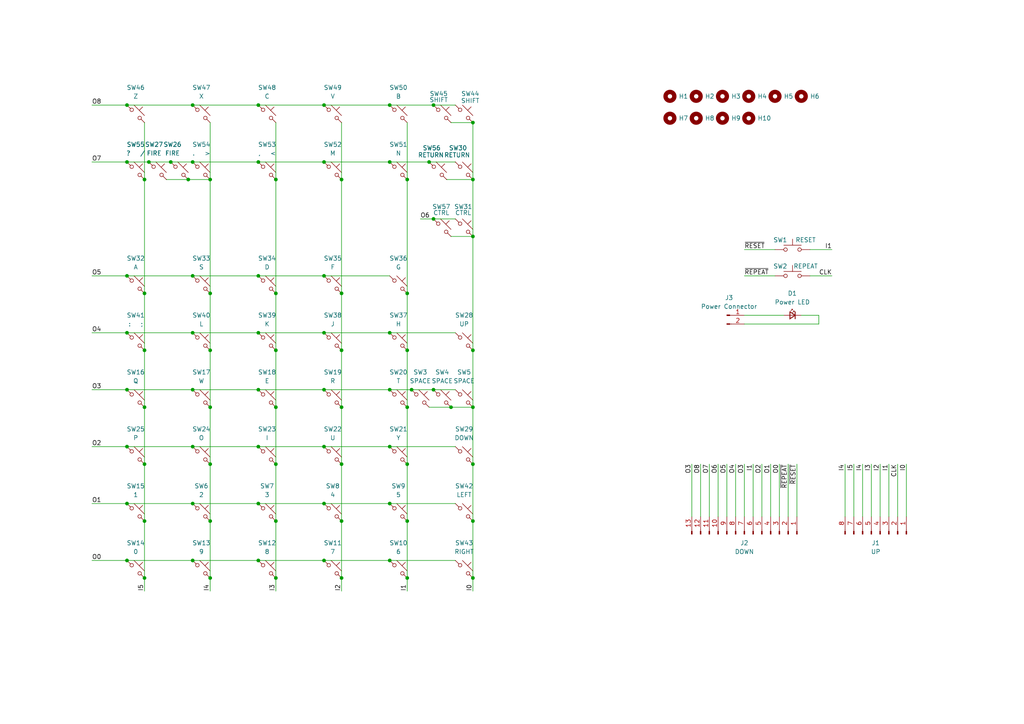
<source format=kicad_sch>
(kicad_sch (version 20250114) (generator "eeschema") (generator_version "9.0")
  (paper "A4")
  (lib_symbols
    (symbol "Connector:Conn_01x02_Pin" (pin_names (offset 1.016) (hide yes))
      (property "Reference" "J" (at 0 2.54 0))
      (property "Value" "Conn_01x02_Pin" (at 0 -5.08 0))
      (symbol "Conn_01x02_Pin_1_1"
        (rectangle (start 0.8636 0.127) (end 0 -0.127) (stroke (width 0.1524)) (fill (type outline)))
        (rectangle (start 0.8636 -2.413) (end 0 -2.667) (stroke (width 0.1524)) (fill (type outline)))
        (polyline (pts (xy 1.27 0) (xy 0.8636 0)) (stroke (width 0.1524)))
        (polyline (pts (xy 1.27 -2.54) (xy 0.8636 -2.54)) (stroke (width 0.1524)))
        (pin passive line (at 5.08 0 180) (length 3.81) (name "Pin_1") (number "1"))
        (pin passive line (at 5.08 -2.54 180) (length 3.81) (name "Pin_2") (number "2"))
      )
    )
    (symbol "Connector:Conn_01x08_Pin" (pin_names (offset 1.016) (hide yes))
      (property "Reference" "J" (at 0 10.16 0))
      (property "Value" "Conn_01x08_Pin" (at 0 -12.7 0))
      (symbol "Conn_01x08_Pin_1_1"
        (rectangle (start 0.8636 7.747) (end 0 7.493) (stroke (width 0.1524)) (fill (type outline)))
        (rectangle (start 0.8636 5.207) (end 0 4.953) (stroke (width 0.1524)) (fill (type outline)))
        (rectangle (start 0.8636 2.667) (end 0 2.413) (stroke (width 0.1524)) (fill (type outline)))
        (rectangle (start 0.8636 0.127) (end 0 -0.127) (stroke (width 0.1524)) (fill (type outline)))
        (rectangle (start 0.8636 -2.413) (end 0 -2.667) (stroke (width 0.1524)) (fill (type outline)))
        (rectangle (start 0.8636 -4.953) (end 0 -5.207) (stroke (width 0.1524)) (fill (type outline)))
        (rectangle (start 0.8636 -7.493) (end 0 -7.747) (stroke (width 0.1524)) (fill (type outline)))
        (rectangle (start 0.8636 -10.033) (end 0 -10.287) (stroke (width 0.1524)) (fill (type outline)))
        (polyline (pts (xy 1.27 7.62) (xy 0.8636 7.62)) (stroke (width 0.1524)))
        (polyline (pts (xy 1.27 5.08) (xy 0.8636 5.08)) (stroke (width 0.1524)))
        (polyline (pts (xy 1.27 2.54) (xy 0.8636 2.54)) (stroke (width 0.1524)))
        (polyline (pts (xy 1.27 0) (xy 0.8636 0)) (stroke (width 0.1524)))
        (polyline (pts (xy 1.27 -2.54) (xy 0.8636 -2.54)) (stroke (width 0.1524)))
        (polyline (pts (xy 1.27 -5.08) (xy 0.8636 -5.08)) (stroke (width 0.1524)))
        (polyline (pts (xy 1.27 -7.62) (xy 0.8636 -7.62)) (stroke (width 0.1524)))
        (polyline (pts (xy 1.27 -10.16) (xy 0.8636 -10.16)) (stroke (width 0.1524)))
        (pin passive line (at 5.08 7.62 180) (length 3.81) (name "Pin_1") (number "1"))
        (pin passive line (at 5.08 5.08 180) (length 3.81) (name "Pin_2") (number "2"))
        (pin passive line (at 5.08 2.54 180) (length 3.81) (name "Pin_3") (number "3"))
        (pin passive line (at 5.08 0 180) (length 3.81) (name "Pin_4") (number "4"))
        (pin passive line (at 5.08 -2.54 180) (length 3.81) (name "Pin_5") (number "5"))
        (pin passive line (at 5.08 -5.08 180) (length 3.81) (name "Pin_6") (number "6"))
        (pin passive line (at 5.08 -7.62 180) (length 3.81) (name "Pin_7") (number "7"))
        (pin passive line (at 5.08 -10.16 180) (length 3.81) (name "Pin_8") (number "8"))
      )
    )
    (symbol "Connector:Conn_01x13_Pin" (pin_names (offset 1.016) (hide yes))
      (property "Reference" "J" (at 0 17.78 0))
      (property "Value" "Conn_01x13_Pin" (at 0 -17.78 0))
      (symbol "Conn_01x13_Pin_1_1"
        (rectangle (start 0.8636 15.367) (end 0 15.113) (stroke (width 0.1524)) (fill (type outline)))
        (rectangle (start 0.8636 12.827) (end 0 12.573) (stroke (width 0.1524)) (fill (type outline)))
        (rectangle (start 0.8636 10.287) (end 0 10.033) (stroke (width 0.1524)) (fill (type outline)))
        (rectangle (start 0.8636 7.747) (end 0 7.493) (stroke (width 0.1524)) (fill (type outline)))
        (rectangle (start 0.8636 5.207) (end 0 4.953) (stroke (width 0.1524)) (fill (type outline)))
        (rectangle (start 0.8636 2.667) (end 0 2.413) (stroke (width 0.1524)) (fill (type outline)))
        (rectangle (start 0.8636 0.127) (end 0 -0.127) (stroke (width 0.1524)) (fill (type outline)))
        (rectangle (start 0.8636 -2.413) (end 0 -2.667) (stroke (width 0.1524)) (fill (type outline)))
        (rectangle (start 0.8636 -4.953) (end 0 -5.207) (stroke (width 0.1524)) (fill (type outline)))
        (rectangle (start 0.8636 -7.493) (end 0 -7.747) (stroke (width 0.1524)) (fill (type outline)))
        (rectangle (start 0.8636 -10.033) (end 0 -10.287) (stroke (width 0.1524)) (fill (type outline)))
        (rectangle (start 0.8636 -12.573) (end 0 -12.827) (stroke (width 0.1524)) (fill (type outline)))
        (rectangle (start 0.8636 -15.113) (end 0 -15.367) (stroke (width 0.1524)) (fill (type outline)))
        (polyline (pts (xy 1.27 15.24) (xy 0.8636 15.24)) (stroke (width 0.1524)))
        (polyline (pts (xy 1.27 12.7) (xy 0.8636 12.7)) (stroke (width 0.1524)))
        (polyline (pts (xy 1.27 10.16) (xy 0.8636 10.16)) (stroke (width 0.1524)))
        (polyline (pts (xy 1.27 7.62) (xy 0.8636 7.62)) (stroke (width 0.1524)))
        (polyline (pts (xy 1.27 5.08) (xy 0.8636 5.08)) (stroke (width 0.1524)))
        (polyline (pts (xy 1.27 2.54) (xy 0.8636 2.54)) (stroke (width 0.1524)))
        (polyline (pts (xy 1.27 0) (xy 0.8636 0)) (stroke (width 0.1524)))
        (polyline (pts (xy 1.27 -2.54) (xy 0.8636 -2.54)) (stroke (width 0.1524)))
        (polyline (pts (xy 1.27 -5.08) (xy 0.8636 -5.08)) (stroke (width 0.1524)))
        (polyline (pts (xy 1.27 -7.62) (xy 0.8636 -7.62)) (stroke (width 0.1524)))
        (polyline (pts (xy 1.27 -10.16) (xy 0.8636 -10.16)) (stroke (width 0.1524)))
        (polyline (pts (xy 1.27 -12.7) (xy 0.8636 -12.7)) (stroke (width 0.1524)))
        (polyline (pts (xy 1.27 -15.24) (xy 0.8636 -15.24)) (stroke (width 0.1524)))
        (pin passive line (at 5.08 15.24 180) (length 3.81) (name "Pin_1") (number "1"))
        (pin passive line (at 5.08 12.7 180) (length 3.81) (name "Pin_2") (number "2"))
        (pin passive line (at 5.08 10.16 180) (length 3.81) (name "Pin_3") (number "3"))
        (pin passive line (at 5.08 7.62 180) (length 3.81) (name "Pin_4") (number "4"))
        (pin passive line (at 5.08 5.08 180) (length 3.81) (name "Pin_5") (number "5"))
        (pin passive line (at 5.08 2.54 180) (length 3.81) (name "Pin_6") (number "6"))
        (pin passive line (at 5.08 0 180) (length 3.81) (name "Pin_7") (number "7"))
        (pin passive line (at 5.08 -2.54 180) (length 3.81) (name "Pin_8") (number "8"))
        (pin passive line (at 5.08 -5.08 180) (length 3.81) (name "Pin_9") (number "9"))
        (pin passive line (at 5.08 -7.62 180) (length 3.81) (name "Pin_10") (number "10"))
        (pin passive line (at 5.08 -10.16 180) (length 3.81) (name "Pin_11") (number "11"))
        (pin passive line (at 5.08 -12.7 180) (length 3.81) (name "Pin_12") (number "12"))
        (pin passive line (at 5.08 -15.24 180) (length 3.81) (name "Pin_13") (number "13"))
      )
    )
    (symbol "Device:LED_Small" (pin_numbers (hide yes)) (pin_names (offset 0.254) (hide yes))
      (property "Reference" "D" (at -1.27 3.175 0))
      (property "Value" "LED_Small" (at -4.445 -2.54 0))
      (symbol "LED_Small_0_1"
        (polyline (pts (xy -0.762 -1.016) (xy -0.762 1.016)) (stroke (width 0.254)))
        (polyline (pts (xy 0 0.762) (xy -0.508 1.27) (xy -0.254 1.27) (xy -0.508 1.27) (xy -0.508 1.016)))
        (polyline (pts (xy 0.508 1.27) (xy 0 1.778) (xy 0.254 1.778) (xy 0 1.778) (xy 0 1.524)))
        (polyline (pts (xy 0.762 -1.016) (xy -0.762 0) (xy 0.762 1.016) (xy 0.762 -1.016)) (stroke (width 0.254)))
        (polyline (pts (xy 1.016 0) (xy -0.762 0)))
      )
      (symbol "LED_Small_1_1"
        (pin passive line (at -2.54 0 0) (length 1.778) (name "K") (number "1"))
        (pin passive line (at 2.54 0 180) (length 1.778) (name "A") (number "2"))
      )
    )
    (symbol "Mechanical:MountingHole" (pin_names (offset 1.016)) (in_bom no)
      (property "Reference" "H" (at 0 5.08 0))
      (property "Value" "MountingHole" (at 0 3.175 0))
      (symbol "MountingHole_0_1"
        (circle (center 0 0) (radius 1.27) (stroke (width 1.27)))
      )
    )
    (symbol "Switch:SW_Push" (pin_numbers (hide yes)) (pin_names (offset 1.016) (hide yes))
      (property "Reference" "SW" (at 1.27 2.54 0))
      (property "Value" "SW_Push" (at 0 -1.524 0))
      (symbol "SW_Push_0_1"
        (circle (center -2.032 0) (radius 0.508))
        (polyline (pts (xy 0 1.27) (xy 0 3.048)))
        (circle (center 2.032 0) (radius 0.508))
        (polyline (pts (xy 2.54 1.27) (xy -2.54 1.27)))
        (pin passive line (at -5.08 0 0) (length 2.54) (name "1") (number "1"))
        (pin passive line (at 5.08 0 180) (length 2.54) (name "2") (number "2"))
      )
    )
    (symbol "Switch:SW_Push_45deg" (pin_numbers (hide yes)) (pin_names (offset 1.016) (hide yes))
      (property "Reference" "SW" (at 3.048 1.016 0))
      (property "Value" "SW_Push_45deg" (at 0 -3.81 0))
      (symbol "SW_Push_45deg_0_1"
        (polyline (pts (xy -2.54 2.54) (xy -1.524 1.524) (xy -1.524 1.524)))
        (circle (center -1.1684 1.1684) (radius 0.508))
        (polyline (pts (xy -0.508 2.54) (xy 2.54 -0.508)))
        (polyline (pts (xy 1.016 1.016) (xy 2.032 2.032)))
        (circle (center 1.143 -1.1938) (radius 0.508))
        (polyline (pts (xy 1.524 -1.524) (xy 2.54 -2.54) (xy 2.54 -2.54) (xy 2.54 -2.54)))
        (pin passive line (at -2.54 2.54 0) (length 0) (name "1") (number "1"))
        (pin passive line (at 2.54 -2.54 180) (length 0) (name "2") (number "2"))
      )
    )
  )
  (junction (at 74.93 129.54))
  (junction (at 113.03 162.56))
  (junction (at 55.88 46.99))
  (junction (at 54.61 52.07))
  (junction (at 113.03 30.48))
  (junction (at 118.11 101.6))
  (junction (at 137.16 151.13))
  (junction (at 99.06 52.07))
  (junction (at 36.83 162.56))
  (junction (at 60.96 151.13))
  (junction (at 113.03 96.52))
  (junction (at 36.83 96.52))
  (junction (at 99.06 85.09))
  (junction (at 137.16 118.11))
  (junction (at 93.98 96.52))
  (junction (at 113.03 146.05))
  (junction (at 99.06 151.13))
  (junction (at 113.03 46.99))
  (junction (at 60.96 52.07))
  (junction (at 93.98 30.48))
  (junction (at 93.98 46.99))
  (junction (at 55.88 113.03))
  (junction (at 55.88 162.56))
  (junction (at 49.53 46.99))
  (junction (at 60.96 134.62))
  (junction (at 93.98 146.05))
  (junction (at 137.16 52.07))
  (junction (at 93.98 113.03))
  (junction (at 80.01 134.62))
  (junction (at 80.01 52.07))
  (junction (at 60.96 85.09))
  (junction (at 118.11 85.09))
  (junction (at 36.83 146.05))
  (junction (at 74.93 30.48))
  (junction (at 125.73 113.03))
  (junction (at 80.01 101.6))
  (junction (at 99.06 101.6))
  (junction (at 41.91 118.11))
  (junction (at 118.11 134.62))
  (junction (at 99.06 134.62))
  (junction (at 137.16 134.62))
  (junction (at 74.93 80.01))
  (junction (at 124.46 46.99))
  (junction (at 125.73 30.48))
  (junction (at 55.88 80.01))
  (junction (at 118.11 52.07))
  (junction (at 93.98 80.01))
  (junction (at 113.03 113.03))
  (junction (at 55.88 129.54))
  (junction (at 41.91 101.6))
  (junction (at 41.91 85.09))
  (junction (at 41.91 151.13))
  (junction (at 74.93 146.05))
  (junction (at 36.83 46.99))
  (junction (at 80.01 167.64))
  (junction (at 60.96 101.6))
  (junction (at 41.91 167.64))
  (junction (at 55.88 96.52))
  (junction (at 60.96 118.11))
  (junction (at 80.01 118.11))
  (junction (at 41.91 134.62))
  (junction (at 36.83 113.03))
  (junction (at 137.16 35.56))
  (junction (at 60.96 167.64))
  (junction (at 74.93 113.03))
  (junction (at 99.06 167.64))
  (junction (at 74.93 96.52))
  (junction (at 36.83 30.48))
  (junction (at 55.88 146.05))
  (junction (at 36.83 80.01))
  (junction (at 137.16 101.6))
  (junction (at 137.16 167.64))
  (junction (at 118.11 151.13))
  (junction (at 93.98 162.56))
  (junction (at 125.73 63.5))
  (junction (at 36.83 129.54))
  (junction (at 93.98 129.54))
  (junction (at 80.01 151.13))
  (junction (at 74.93 46.99))
  (junction (at 74.93 162.56))
  (junction (at 99.06 118.11))
  (junction (at 118.11 118.11))
  (junction (at 118.11 167.64))
  (junction (at 55.88 30.48))
  (junction (at 43.18 46.99))
  (junction (at 130.81 118.11))
  (junction (at 119.38 113.03))
  (junction (at 80.01 85.09))
  (junction (at 41.91 52.07))
  (junction (at 137.16 68.58))
  (junction (at 113.03 129.54))
  (wire (pts (xy 125.73 113.03) (xy 132.08 113.03)))
  (wire (pts (xy 137.16 68.58) (xy 137.16 101.6)))
  (wire (pts (xy 99.06 52.07) (xy 99.06 85.09)))
  (wire (pts (xy 60.96 101.6) (xy 60.96 118.11)))
  (wire (pts (xy 228.6 134.62) (xy 228.6 149.86)))
  (wire (pts (xy 137.16 151.13) (xy 137.16 167.64)))
  (wire (pts (xy 74.93 129.54) (xy 93.98 129.54)))
  (wire (pts (xy 36.83 162.56) (xy 55.88 162.56)))
  (wire (pts (xy 215.9 93.98) (xy 237.49 93.98)))
  (wire (pts (xy 80.01 52.07) (xy 80.01 85.09)))
  (wire (pts (xy 26.67 30.48) (xy 36.83 30.48)))
  (wire (pts (xy 113.03 113.03) (xy 119.38 113.03)))
  (wire (pts (xy 262.89 134.62) (xy 262.89 149.86)))
  (wire (pts (xy 137.16 101.6) (xy 137.16 118.11)))
  (wire (pts (xy 113.03 146.05) (xy 132.08 146.05)))
  (wire (pts (xy 36.83 146.05) (xy 55.88 146.05)))
  (wire (pts (xy 237.49 93.98) (xy 237.49 91.44)))
  (wire (pts (xy 93.98 80.01) (xy 113.03 80.01)))
  (wire (pts (xy 93.98 96.52) (xy 113.03 96.52)))
  (wire (pts (xy 252.73 134.62) (xy 252.73 149.86)))
  (wire (pts (xy 99.06 35.56) (xy 99.06 52.07)))
  (wire (pts (xy 125.73 30.48) (xy 132.08 30.48)))
  (wire (pts (xy 36.83 113.03) (xy 55.88 113.03)))
  (wire (pts (xy 74.93 113.03) (xy 93.98 113.03)))
  (wire (pts (xy 93.98 146.05) (xy 113.03 146.05)))
  (wire (pts (xy 41.91 85.09) (xy 41.91 101.6)))
  (wire (pts (xy 41.91 118.11) (xy 41.91 134.62)))
  (wire (pts (xy 118.11 167.64) (xy 118.11 171.45)))
  (wire (pts (xy 213.36 134.62) (xy 213.36 149.86)))
  (wire (pts (xy 113.03 30.48) (xy 125.73 30.48)))
  (wire (pts (xy 137.16 167.64) (xy 137.16 171.45)))
  (wire (pts (xy 118.11 101.6) (xy 118.11 118.11)))
  (wire (pts (xy 231.14 134.62) (xy 231.14 149.86)))
  (wire (pts (xy 80.01 167.64) (xy 80.01 171.45)))
  (wire (pts (xy 121.92 63.5) (xy 125.73 63.5)))
  (wire (pts (xy 93.98 113.03) (xy 113.03 113.03)))
  (wire (pts (xy 200.66 134.62) (xy 200.66 149.86)))
  (wire (pts (xy 74.93 96.52) (xy 93.98 96.52)))
  (wire (pts (xy 255.27 134.62) (xy 255.27 149.86)))
  (wire (pts (xy 41.91 52.07) (xy 41.91 85.09)))
  (wire (pts (xy 55.88 80.01) (xy 74.93 80.01)))
  (wire (pts (xy 80.01 134.62) (xy 80.01 151.13)))
  (wire (pts (xy 118.11 35.56) (xy 118.11 52.07)))
  (wire (pts (xy 60.96 167.64) (xy 60.96 171.45)))
  (wire (pts (xy 113.03 96.52) (xy 132.08 96.52)))
  (wire (pts (xy 93.98 30.48) (xy 113.03 30.48)))
  (wire (pts (xy 210.82 134.62) (xy 210.82 149.86)))
  (wire (pts (xy 60.96 35.56) (xy 60.96 52.07)))
  (wire (pts (xy 74.93 30.48) (xy 93.98 30.48)))
  (wire (pts (xy 26.67 146.05) (xy 36.83 146.05)))
  (wire (pts (xy 80.01 85.09) (xy 80.01 101.6)))
  (wire (pts (xy 215.9 91.44) (xy 227.33 91.44)))
  (wire (pts (xy 260.35 134.62) (xy 260.35 149.86)))
  (wire (pts (xy 55.88 96.52) (xy 74.93 96.52)))
  (wire (pts (xy 80.01 118.11) (xy 80.01 134.62)))
  (wire (pts (xy 26.67 129.54) (xy 36.83 129.54)))
  (wire (pts (xy 99.06 151.13) (xy 99.06 167.64)))
  (wire (pts (xy 245.11 134.62) (xy 245.11 149.86)))
  (wire (pts (xy 36.83 80.01) (xy 55.88 80.01)))
  (wire (pts (xy 99.06 167.64) (xy 99.06 171.45)))
  (wire (pts (xy 257.81 134.62) (xy 257.81 149.86)))
  (wire (pts (xy 43.18 46.99) (xy 49.53 46.99)))
  (wire (pts (xy 41.91 151.13) (xy 41.91 167.64)))
  (wire (pts (xy 113.03 162.56) (xy 132.08 162.56)))
  (wire (pts (xy 130.81 118.11) (xy 137.16 118.11)))
  (wire (pts (xy 208.28 134.62) (xy 208.28 149.86)))
  (wire (pts (xy 118.11 134.62) (xy 118.11 151.13)))
  (wire (pts (xy 49.53 46.99) (xy 55.88 46.99)))
  (wire (pts (xy 124.46 46.99) (xy 132.08 46.99)))
  (wire (pts (xy 74.93 80.01) (xy 93.98 80.01)))
  (wire (pts (xy 60.96 134.62) (xy 60.96 151.13)))
  (wire (pts (xy 55.88 162.56) (xy 74.93 162.56)))
  (wire (pts (xy 119.38 113.03) (xy 125.73 113.03)))
  (wire (pts (xy 205.74 134.62) (xy 205.74 149.86)))
  (wire (pts (xy 118.11 118.11) (xy 118.11 134.62)))
  (wire (pts (xy 215.9 72.39) (xy 224.79 72.39)))
  (wire (pts (xy 247.65 134.62) (xy 247.65 149.86)))
  (wire (pts (xy 99.06 118.11) (xy 99.06 134.62)))
  (wire (pts (xy 36.83 96.52) (xy 55.88 96.52)))
  (wire (pts (xy 130.81 35.56) (xy 137.16 35.56)))
  (wire (pts (xy 220.98 134.62) (xy 220.98 149.86)))
  (wire (pts (xy 226.06 134.62) (xy 226.06 149.86)))
  (wire (pts (xy 215.9 134.62) (xy 215.9 149.86)))
  (wire (pts (xy 218.44 134.62) (xy 218.44 149.86)))
  (wire (pts (xy 41.91 35.56) (xy 41.91 52.07)))
  (wire (pts (xy 74.93 146.05) (xy 93.98 146.05)))
  (wire (pts (xy 80.01 35.56) (xy 80.01 52.07)))
  (wire (pts (xy 137.16 52.07) (xy 137.16 68.58)))
  (wire (pts (xy 41.91 101.6) (xy 41.91 118.11)))
  (wire (pts (xy 118.11 85.09) (xy 118.11 101.6)))
  (wire (pts (xy 137.16 118.11) (xy 137.16 134.62)))
  (wire (pts (xy 74.93 46.99) (xy 93.98 46.99)))
  (wire (pts (xy 36.83 30.48) (xy 55.88 30.48)))
  (wire (pts (xy 215.9 80.01) (xy 224.79 80.01)))
  (wire (pts (xy 55.88 146.05) (xy 74.93 146.05)))
  (wire (pts (xy 41.91 134.62) (xy 41.91 151.13)))
  (wire (pts (xy 55.88 129.54) (xy 74.93 129.54)))
  (wire (pts (xy 137.16 35.56) (xy 137.16 52.07)))
  (wire (pts (xy 250.19 134.62) (xy 250.19 149.86)))
  (wire (pts (xy 223.52 134.62) (xy 223.52 149.86)))
  (wire (pts (xy 60.96 151.13) (xy 60.96 167.64)))
  (wire (pts (xy 129.54 52.07) (xy 137.16 52.07)))
  (wire (pts (xy 60.96 52.07) (xy 60.96 85.09)))
  (wire (pts (xy 203.2 134.62) (xy 203.2 149.86)))
  (wire (pts (xy 55.88 30.48) (xy 74.93 30.48)))
  (wire (pts (xy 54.61 52.07) (xy 60.96 52.07)))
  (wire (pts (xy 99.06 134.62) (xy 99.06 151.13)))
  (wire (pts (xy 118.11 52.07) (xy 118.11 85.09)))
  (wire (pts (xy 36.83 129.54) (xy 55.88 129.54)))
  (wire (pts (xy 48.26 52.07) (xy 54.61 52.07)))
  (wire (pts (xy 232.41 91.44) (xy 237.49 91.44)))
  (wire (pts (xy 60.96 85.09) (xy 60.96 101.6)))
  (wire (pts (xy 125.73 63.5) (xy 132.08 63.5)))
  (wire (pts (xy 55.88 46.99) (xy 74.93 46.99)))
  (wire (pts (xy 234.95 80.01) (xy 241.3 80.01)))
  (wire (pts (xy 80.01 101.6) (xy 80.01 118.11)))
  (wire (pts (xy 74.93 162.56) (xy 93.98 162.56)))
  (wire (pts (xy 93.98 162.56) (xy 113.03 162.56)))
  (wire (pts (xy 26.67 162.56) (xy 36.83 162.56)))
  (wire (pts (xy 55.88 113.03) (xy 74.93 113.03)))
  (wire (pts (xy 80.01 151.13) (xy 80.01 167.64)))
  (wire (pts (xy 93.98 129.54) (xy 113.03 129.54)))
  (wire (pts (xy 234.95 72.39) (xy 241.3 72.39)))
  (wire (pts (xy 137.16 134.62) (xy 137.16 151.13)))
  (wire (pts (xy 113.03 46.99) (xy 124.46 46.99)))
  (wire (pts (xy 113.03 129.54) (xy 132.08 129.54)))
  (wire (pts (xy 60.96 118.11) (xy 60.96 134.62)))
  (wire (pts (xy 130.81 68.58) (xy 137.16 68.58)))
  (wire (pts (xy 93.98 46.99) (xy 113.03 46.99)))
  (wire (pts (xy 36.83 46.99) (xy 43.18 46.99)))
  (wire (pts (xy 26.67 46.99) (xy 36.83 46.99)))
  (wire (pts (xy 26.67 96.52) (xy 36.83 96.52)))
  (wire (pts (xy 41.91 167.64) (xy 41.91 171.45)))
  (wire (pts (xy 26.67 80.01) (xy 36.83 80.01)))
  (wire (pts (xy 99.06 85.09) (xy 99.06 101.6)))
  (wire (pts (xy 26.67 113.03) (xy 36.83 113.03)))
  (wire (pts (xy 99.06 101.6) (xy 99.06 118.11)))
  (wire (pts (xy 118.11 151.13) (xy 118.11 167.64)))
  (wire (pts (xy 124.46 118.11) (xy 130.81 118.11)))
  (label "O6" (at 121.92 63.5 0))
  (label "O7" (at 26.67 46.99 0))
  (label "O2" (at 26.67 129.54 0))
  (label "I0" (at 262.89 134.62 270))
  (label "I4" (at 60.96 171.45 90))
  (label "O3" (at 26.67 113.03 0))
  (label "O5" (at 26.67 80.01 0))
  (label "I2" (at 99.06 171.45 90))
  (label "I1" (at 241.3 72.39 180))
  (label "I2" (at 255.27 134.62 270))
  (label "~{RESET}" (at 231.14 134.62 270))
  (label "CLK" (at 260.35 134.62 270))
  (label "O4" (at 26.67 96.52 0))
  (label "O3" (at 200.66 134.62 270))
  (label "O8" (at 203.2 134.62 270))
  (label "O8" (at 26.67 30.48 0))
  (label "~{RESET}" (at 215.9 72.39 0))
  (label "I4" (at 245.11 134.62 270))
  (label "O5" (at 210.82 134.62 270))
  (label "O1" (at 26.67 146.05 0))
  (label "I1" (at 257.81 134.62 270))
  (label "O0" (at 226.06 134.62 270))
  (label "O0" (at 26.67 162.56 0))
  (label "CLK" (at 241.3 80.01 180))
  (label "O7" (at 205.74 134.62 270))
  (label "O4" (at 213.36 134.62 270))
  (label "O2" (at 220.98 134.62 270))
  (label "I3" (at 252.73 134.62 270))
  (label "I5" (at 41.91 171.45 90))
  (label "O3" (at 215.9 134.62 270))
  (label "~{REPEAT}" (at 215.9 80.01 0))
  (label "I4" (at 250.19 134.62 270))
  (label "~{REPEAT}" (at 228.6 134.62 270))
  (label "O1" (at 223.52 134.62 270))
  (label "I1" (at 118.11 171.45 90))
  (label "I0" (at 137.16 171.45 90))
  (label "I3" (at 80.01 171.45 90))
  (label "O6" (at 208.28 134.62 270))
  (label "I5" (at 247.65 134.62 270))
  (label "I1" (at 218.44 134.62 270))
  (symbol (lib_id "Switch:SW_Push_45deg") (at 115.57 82.55 0) (unit 1)
    (property "Reference" "SW36" (at 115.57 74.93 0))
    (property "Value" "G" (at 115.57 77.47 0))
    (property "Footprint" "buttons:SW_Push_SMD_Large" (effects (hide yes)))
    (property "Description" "Push button switch, normally open, two pins, 45° tilted" (effects (hide yes)))
  )
  (symbol (lib_id "Switch:SW_Push_45deg") (at 58.42 148.59 0) (unit 1)
    (property "Reference" "SW6" (at 58.42 140.97 0))
    (property "Value" "2" (at 58.42 143.51 0))
    (property "Footprint" "buttons:SW_Push_SMD_Large" (effects (hide yes)))
    (property "Description" "Push button switch, normally open, two pins, 45° tilted" (effects (hide yes)))
  )
  (symbol (lib_id "Switch:SW_Push_45deg") (at 127 49.53 0) (unit 1)
    (property "Reference" "SW56" (at 125.222 42.926 0))
    (property "Value" "RETURN" (at 124.968 44.958 0))
    (property "Footprint" "buttons:SW_Push_SMD_Large" (effects (hide yes)))
    (property "Description" "Push button switch, normally open, two pins, 45° tilted" (effects (hide yes)))
  )
  (symbol (lib_id "Switch:SW_Push_45deg") (at 128.27 66.04 0) (unit 1)
    (property "Reference" "SW57" (at 128.016 59.944 0))
    (property "Value" "CTRL" (at 128.016 61.722 0))
    (property "Footprint" "buttons:SW_Push_SMD_Large" (effects (hide yes)))
    (property "Description" "Push button switch, normally open, two pins, 45° tilted" (effects (hide yes)))
  )
  (symbol (lib_id "Connector:Conn_01x13_Pin") (at 215.9 154.94 270) (mirror x) (unit 1)
    (property "Reference" "J2" (at 215.9 157.48 90))
    (property "Value" "DOWN" (at 215.9 160.02 90))
    (property "Footprint" "Connector_PinHeader_2.54mm:PinHeader_1x13_P2.54mm_Vertical" (effects (hide yes)))
    (property "Description" "Generic connector, single row, 01x13, script generated" (effects (hide yes)))
  )
  (symbol (lib_id "Switch:SW_Push_45deg") (at 96.52 148.59 0) (unit 1)
    (property "Reference" "SW8" (at 96.52 140.97 0))
    (property "Value" "4" (at 96.52 143.51 0))
    (property "Footprint" "buttons:SW_Push_SMD_Large" (effects (hide yes)))
    (property "Description" "Push button switch, normally open, two pins, 45° tilted" (effects (hide yes)))
  )
  (symbol (lib_id "Switch:SW_Push_45deg") (at 134.62 165.1 0) (unit 1)
    (property "Reference" "SW43" (at 134.62 157.48 0))
    (property "Value" "RIGHT" (at 134.62 160.02 0))
    (property "Footprint" "buttons:SW_Push_SMD_Large" (effects (hide yes)))
    (property "Description" "Push button switch, normally open, two pins, 45° tilted" (effects (hide yes)))
  )
  (symbol (lib_id "Switch:SW_Push_45deg") (at 58.42 132.08 0) (unit 1)
    (property "Reference" "SW24" (at 58.42 124.46 0))
    (property "Value" "O" (at 58.42 127 0))
    (property "Footprint" "buttons:SW_Push_SMD_Large" (effects (hide yes)))
    (property "Description" "Push button switch, normally open, two pins, 45° tilted" (effects (hide yes)))
  )
  (symbol (lib_id "Switch:SW_Push_45deg") (at 52.07 49.53 0) (unit 1)
    (property "Reference" "SW26" (at 50.038 41.91 0))
    (property "Value" "FIRE" (at 50.038 44.45 0))
    (property "Footprint" "buttons:SW_Push_SMD_Large" (effects (hide yes)))
    (property "Description" "Push button switch, normally open, two pins, 45° tilted" (effects (hide yes)))
  )
  (symbol (lib_id "Switch:SW_Push_45deg") (at 96.52 49.53 0) (unit 1)
    (property "Reference" "SW52" (at 96.52 41.91 0))
    (property "Value" "M" (at 96.52 44.45 0))
    (property "Footprint" "buttons:SW_Push_SMD_Large" (effects (hide yes)))
    (property "Description" "Push button switch, normally open, two pins, 45° tilted" (effects (hide yes)))
  )
  (symbol (lib_id "Switch:SW_Push_45deg") (at 134.62 148.59 0) (unit 1)
    (property "Reference" "SW42" (at 134.62 140.97 0))
    (property "Value" "LEFT" (at 134.62 143.51 0))
    (property "Footprint" "buttons:SW_Push_SMD_Large" (effects (hide yes)))
    (property "Description" "Push button switch, normally open, two pins, 45° tilted" (effects (hide yes)))
  )
  (symbol (lib_id "Switch:SW_Push_45deg") (at 115.57 33.02 0) (unit 1)
    (property "Reference" "SW50" (at 115.57 25.4 0))
    (property "Value" "B" (at 115.57 27.94 0))
    (property "Footprint" "buttons:SW_Push_SMD_Large" (effects (hide yes)))
    (property "Description" "Push button switch, normally open, two pins, 45° tilted" (effects (hide yes)))
  )
  (symbol (lib_id "Switch:SW_Push_45deg") (at 134.62 132.08 0) (unit 1)
    (property "Reference" "SW29" (at 134.62 124.46 0))
    (property "Value" "DOWN" (at 134.62 127 0))
    (property "Footprint" "buttons:SW_Push_SMD_Large" (effects (hide yes)))
    (property "Description" "Push button switch, normally open, two pins, 45° tilted" (effects (hide yes)))
  )
  (symbol (lib_id "Switch:SW_Push_45deg") (at 77.47 115.57 0) (unit 1)
    (property "Reference" "SW18" (at 77.47 107.95 0))
    (property "Value" "E" (at 77.47 110.49 0))
    (property "Footprint" "buttons:SW_Push_SMD_Large" (effects (hide yes)))
    (property "Description" "Push button switch, normally open, two pins, 45° tilted" (effects (hide yes)))
  )
  (symbol (lib_id "Mechanical:MountingHole") (at 201.93 27.94 0) (unit 1) (in_bom no)
    (property "Reference" "H2" (at 204.47 27.9399 0) (effects (justify left)))
    (property "Value" "MountingHole_Pad" (effects (hide yes)))
    (property "Footprint" "MountingHole:MountingHole_3.2mm_M3_ISO7380" (effects (hide yes)))
    (property "Description" "Mounting Hole without connection" (effects (hide yes)))
  )
  (symbol (lib_id "Mechanical:MountingHole") (at 209.55 34.29 0) (unit 1) (in_bom no)
    (property "Reference" "H9" (at 212.09 34.2899 0) (effects (justify left)))
    (property "Value" "MountingHole_Pad" (effects (hide yes)))
    (property "Footprint" "MountingHole:MountingHole_3.2mm_M3_ISO7380" (effects (hide yes)))
    (property "Description" "Mounting Hole without connection" (effects (hide yes)))
  )
  (symbol (lib_id "Switch:SW_Push_45deg") (at 115.57 132.08 0) (unit 1)
    (property "Reference" "SW21" (at 115.57 124.46 0))
    (property "Value" "Y" (at 115.57 127 0))
    (property "Footprint" "buttons:SW_Push_SMD_Large" (effects (hide yes)))
    (property "Description" "Push button switch, normally open, two pins, 45° tilted" (effects (hide yes)))
  )
  (symbol (lib_id "Switch:SW_Push_45deg") (at 39.37 165.1 0) (unit 1)
    (property "Reference" "SW14" (at 39.37 157.48 0))
    (property "Value" "0" (at 39.37 160.02 0))
    (property "Footprint" "buttons:SW_Push_SMD_Large" (effects (hide yes)))
    (property "Description" "Push button switch, normally open, two pins, 45° tilted" (effects (hide yes)))
  )
  (symbol (lib_id "Mechanical:MountingHole") (at 209.55 27.94 0) (unit 1) (in_bom no)
    (property "Reference" "H3" (at 212.09 27.9399 0) (effects (justify left)))
    (property "Value" "MountingHole_Pad" (effects (hide yes)))
    (property "Footprint" "MountingHole:MountingHole_3.2mm_M3_ISO7380" (effects (hide yes)))
    (property "Description" "Mounting Hole without connection" (effects (hide yes)))
  )
  (symbol (lib_id "Switch:SW_Push_45deg") (at 77.47 148.59 0) (unit 1)
    (property "Reference" "SW7" (at 77.47 140.97 0))
    (property "Value" "3" (at 77.47 143.51 0))
    (property "Footprint" "buttons:SW_Push_SMD_Large" (effects (hide yes)))
    (property "Description" "Push button switch, normally open, two pins, 45° tilted" (effects (hide yes)))
  )
  (symbol (lib_id "Mechanical:MountingHole") (at 217.17 34.29 0) (unit 1) (in_bom no)
    (property "Reference" "H10" (at 219.71 34.2899 0) (effects (justify left)))
    (property "Value" "MountingHole_Pad" (effects (hide yes)))
    (property "Footprint" "MountingHole:MountingHole_3.2mm_M3_ISO7380" (effects (hide yes)))
    (property "Description" "Mounting Hole without connection" (effects (hide yes)))
  )
  (symbol (lib_id "Switch:SW_Push_45deg") (at 96.52 165.1 0) (unit 1)
    (property "Reference" "SW11" (at 96.52 157.48 0))
    (property "Value" "7" (at 96.52 160.02 0))
    (property "Footprint" "buttons:SW_Push_SMD_Large" (effects (hide yes)))
    (property "Description" "Push button switch, normally open, two pins, 45° tilted" (effects (hide yes)))
  )
  (symbol (lib_id "Switch:SW_Push_45deg") (at 134.62 99.06 0) (unit 1)
    (property "Reference" "SW28" (at 134.62 91.44 0))
    (property "Value" "UP" (at 134.62 93.98 0))
    (property "Footprint" "buttons:SW_Push_SMD_Large" (effects (hide yes)))
    (property "Description" "Push button switch, normally open, two pins, 45° tilted" (effects (hide yes)))
  )
  (symbol (lib_id "Mechanical:MountingHole") (at 232.41 27.94 0) (unit 1) (in_bom no)
    (property "Reference" "H6" (at 234.95 27.9399 0) (effects (justify left)))
    (property "Value" "MountingHole_Pad" (effects (hide yes)))
    (property "Footprint" "MountingHole:MountingHole_3.2mm_M3_ISO7380" (effects (hide yes)))
    (property "Description" "Mounting Hole without connection" (effects (hide yes)))
  )
  (symbol (lib_id "Switch:SW_Push_45deg") (at 134.62 115.57 0) (unit 1)
    (property "Reference" "SW5" (at 134.62 107.95 0))
    (property "Value" "SPACE" (at 134.62 110.49 0))
    (property "Footprint" "buttons:SW_Push_SMD_Large" (effects (hide yes)))
    (property "Description" "Push button switch, normally open, two pins, 45° tilted" (effects (hide yes)))
  )
  (symbol (lib_id "Switch:SW_Push_45deg") (at 134.62 49.53 0) (unit 1)
    (property "Reference" "SW30" (at 132.842 42.926 0))
    (property "Value" "RETURN" (at 132.588 44.958 0))
    (property "Footprint" "buttons:SW_Push_SMD_Large" (effects (hide yes)))
    (property "Description" "Push button switch, normally open, two pins, 45° tilted" (effects (hide yes)))
  )
  (symbol (lib_id "Switch:SW_Push_45deg") (at 134.62 66.04 0) (unit 1)
    (property "Reference" "SW31" (at 134.366 59.944 0))
    (property "Value" "CTRL" (at 134.366 61.722 0))
    (property "Footprint" "buttons:SW_Push_SMD_Large" (effects (hide yes)))
    (property "Description" "Push button switch, normally open, two pins, 45° tilted" (effects (hide yes)))
  )
  (symbol (lib_id "Switch:SW_Push_45deg") (at 77.47 132.08 0) (unit 1)
    (property "Reference" "SW23" (at 77.47 124.46 0))
    (property "Value" "I" (at 77.47 127 0))
    (property "Footprint" "buttons:SW_Push_SMD_Large" (effects (hide yes)))
    (property "Description" "Push button switch, normally open, two pins, 45° tilted" (effects (hide yes)))
  )
  (symbol (lib_id "Switch:SW_Push_45deg") (at 115.57 99.06 0) (unit 1)
    (property "Reference" "SW37" (at 115.57 91.44 0))
    (property "Value" "H" (at 115.57 93.98 0))
    (property "Footprint" "buttons:SW_Push_SMD_Large" (effects (hide yes)))
    (property "Description" "Push button switch, normally open, two pins, 45° tilted" (effects (hide yes)))
  )
  (symbol (lib_id "Switch:SW_Push_45deg") (at 58.42 82.55 0) (unit 1)
    (property "Reference" "SW33" (at 58.42 74.93 0))
    (property "Value" "S" (at 58.42 77.47 0))
    (property "Footprint" "buttons:SW_Push_SMD_Large" (effects (hide yes)))
    (property "Description" "Push button switch, normally open, two pins, 45° tilted" (effects (hide yes)))
  )
  (symbol (lib_id "Switch:SW_Push_45deg") (at 39.37 49.53 0) (unit 1)
    (property "Reference" "SW55" (at 39.37 41.91 0))
    (property "Value" "?   /" (at 39.37 44.45 0))
    (property "Footprint" "buttons:SW_Push_SMD_Large" (effects (hide yes)))
    (property "Description" "Push button switch, normally open, two pins, 45° tilted" (effects (hide yes)))
  )
  (symbol (lib_id "Connector:Conn_01x08_Pin") (at 255.27 154.94 270) (mirror x) (unit 1)
    (property "Reference" "J1" (at 254 157.48 90))
    (property "Value" "UP" (at 254 160.02 90))
    (property "Footprint" "Connector_PinHeader_2.54mm:PinHeader_1x08_P2.54mm_Vertical" (effects (hide yes)))
    (property "Description" "Generic connector, single row, 01x08, script generated" (effects (hide yes)))
  )
  (symbol (lib_id "Mechanical:MountingHole") (at 201.93 34.29 0) (unit 1) (in_bom no)
    (property "Reference" "H8" (at 204.47 34.2899 0) (effects (justify left)))
    (property "Value" "MountingHole_Pad" (effects (hide yes)))
    (property "Footprint" "MountingHole:MountingHole_3.2mm_M3_ISO7380" (effects (hide yes)))
    (property "Description" "Mounting Hole without connection" (effects (hide yes)))
  )
  (symbol (lib_id "Switch:SW_Push_45deg") (at 77.47 33.02 0) (unit 1)
    (property "Reference" "SW48" (at 77.47 25.4 0))
    (property "Value" "C" (at 77.47 27.94 0))
    (property "Footprint" "buttons:SW_Push_SMD_Large" (effects (hide yes)))
    (property "Description" "Push button switch, normally open, two pins, 45° tilted" (effects (hide yes)))
  )
  (symbol (lib_id "Switch:SW_Push_45deg") (at 39.37 99.06 0) (unit 1)
    (property "Reference" "SW41" (at 39.37 91.44 0))
    (property "Value" ":   ;" (at 39.37 93.98 0))
    (property "Footprint" "buttons:SW_Push_SMD_Large" (effects (hide yes)))
    (property "Description" "Push button switch, normally open, two pins, 45° tilted" (effects (hide yes)))
  )
  (symbol (lib_id "Switch:SW_Push_45deg") (at 128.27 33.02 0) (unit 1)
    (property "Reference" "SW45" (at 127.254 27.178 0))
    (property "Value" "SHIFT" (at 127.254 28.956 0))
    (property "Footprint" "buttons:SW_Push_SMD_Large" (effects (hide yes)))
    (property "Description" "Push button switch, normally open, two pins, 45° tilted" (effects (hide yes)))
  )
  (symbol (lib_id "Switch:SW_Push_45deg") (at 96.52 132.08 0) (unit 1)
    (property "Reference" "SW22" (at 96.52 124.46 0))
    (property "Value" "U" (at 96.52 127 0))
    (property "Footprint" "buttons:SW_Push_SMD_Large" (effects (hide yes)))
    (property "Description" "Push button switch, normally open, two pins, 45° tilted" (effects (hide yes)))
  )
  (symbol (lib_id "Switch:SW_Push_45deg") (at 58.42 49.53 0) (unit 1)
    (property "Reference" "SW54" (at 58.42 41.91 0))
    (property "Value" ".   >" (at 58.42 44.45 0))
    (property "Footprint" "buttons:SW_Push_SMD_Large" (effects (hide yes)))
    (property "Description" "Push button switch, normally open, two pins, 45° tilted" (effects (hide yes)))
  )
  (symbol (lib_id "Mechanical:MountingHole") (at 224.79 27.94 0) (unit 1) (in_bom no)
    (property "Reference" "H5" (at 227.33 27.9399 0) (effects (justify left)))
    (property "Value" "MountingHole_Pad" (effects (hide yes)))
    (property "Footprint" "MountingHole:MountingHole_3.2mm_M3_ISO7380" (effects (hide yes)))
    (property "Description" "Mounting Hole without connection" (effects (hide yes)))
  )
  (symbol (lib_id "Switch:SW_Push") (at 229.87 72.39 0) (unit 1)
    (property "Reference" "SW1" (at 226.314 69.596 0))
    (property "Value" "RESET" (at 233.68 69.596 0))
    (property "Footprint" "buttons:SW_Push_SMD_Large" (effects (hide yes)))
    (property "Description" "Push button switch, generic, two pins" (effects (hide yes)))
  )
  (symbol (lib_id "Switch:SW_Push_45deg") (at 77.47 49.53 0) (unit 1)
    (property "Reference" "SW53" (at 77.47 41.91 0))
    (property "Value" ",   <" (at 77.47 44.45 0))
    (property "Footprint" "buttons:SW_Push_SMD_Large" (effects (hide yes)))
    (property "Description" "Push button switch, normally open, two pins, 45° tilted" (effects (hide yes)))
  )
  (symbol (lib_id "Switch:SW_Push_45deg") (at 58.42 99.06 0) (unit 1)
    (property "Reference" "SW40" (at 58.42 91.44 0))
    (property "Value" "L" (at 58.42 93.98 0))
    (property "Footprint" "buttons:SW_Push_SMD_Large" (effects (hide yes)))
    (property "Description" "Push button switch, normally open, two pins, 45° tilted" (effects (hide yes)))
  )
  (symbol (lib_id "Switch:SW_Push") (at 229.87 80.01 0) (unit 1)
    (property "Reference" "SW2" (at 226.314 77.216 0))
    (property "Value" "REPEAT" (at 233.68 77.216 0))
    (property "Footprint" "buttons:SW_Push_SMD_Large" (effects (hide yes)))
    (property "Description" "Push button switch, generic, two pins" (effects (hide yes)))
  )
  (symbol (lib_id "Switch:SW_Push_45deg") (at 77.47 165.1 0) (unit 1)
    (property "Reference" "SW12" (at 77.47 157.48 0))
    (property "Value" "8" (at 77.47 160.02 0))
    (property "Footprint" "buttons:SW_Push_SMD_Large" (effects (hide yes)))
    (property "Description" "Push button switch, normally open, two pins, 45° tilted" (effects (hide yes)))
  )
  (symbol (lib_id "Switch:SW_Push_45deg") (at 39.37 33.02 0) (unit 1)
    (property "Reference" "SW46" (at 39.37 25.4 0))
    (property "Value" "Z" (at 39.37 27.94 0))
    (property "Footprint" "buttons:SW_Push_SMD_Large" (effects (hide yes)))
    (property "Description" "Push button switch, normally open, two pins, 45° tilted" (effects (hide yes)))
  )
  (symbol (lib_id "Switch:SW_Push_45deg") (at 39.37 148.59 0) (unit 1)
    (property "Reference" "SW15" (at 39.37 140.97 0))
    (property "Value" "1" (at 39.37 143.51 0))
    (property "Footprint" "buttons:SW_Push_SMD_Large" (effects (hide yes)))
    (property "Description" "Push button switch, normally open, two pins, 45° tilted" (effects (hide yes)))
  )
  (symbol (lib_id "Switch:SW_Push_45deg") (at 96.52 82.55 0) (unit 1)
    (property "Reference" "SW35" (at 96.52 74.93 0))
    (property "Value" "F" (at 96.52 77.47 0))
    (property "Footprint" "buttons:SW_Push_SMD_Large" (effects (hide yes)))
    (property "Description" "Push button switch, normally open, two pins, 45° tilted" (effects (hide yes)))
  )
  (symbol (lib_id "Connector:Conn_01x02_Pin") (at 210.82 91.44 0) (unit 1)
    (property "Reference" "J3" (at 211.455 86.36 0))
    (property "Value" "Power Connector" (at 211.455 88.9 0))
    (property "Footprint" "Connector_PinHeader_2.54mm:PinHeader_1x02_P2.54mm_Vertical" (effects (hide yes)))
    (property "Description" "Generic connector, single row, 01x02, script generated" (effects (hide yes)))
  )
  (symbol (lib_id "Mechanical:MountingHole") (at 194.31 27.94 0) (unit 1) (in_bom no)
    (property "Reference" "H1" (at 196.85 27.9399 0) (effects (justify left)))
    (property "Value" "MountingHole_Pad" (effects (hide yes)))
    (property "Footprint" "MountingHole:MountingHole_3.2mm_M3_ISO7380" (effects (hide yes)))
    (property "Description" "Mounting Hole without connection" (effects (hide yes)))
  )
  (symbol (lib_id "Switch:SW_Push_45deg") (at 96.52 99.06 0) (unit 1)
    (property "Reference" "SW38" (at 96.52 91.44 0))
    (property "Value" "J" (at 96.52 93.98 0))
    (property "Footprint" "buttons:SW_Push_SMD_Large" (effects (hide yes)))
    (property "Description" "Push button switch, normally open, two pins, 45° tilted" (effects (hide yes)))
  )
  (symbol (lib_id "Switch:SW_Push_45deg") (at 121.92 115.57 0) (unit 1)
    (property "Reference" "SW3" (at 121.92 107.95 0))
    (property "Value" "SPACE" (at 121.92 110.49 0))
    (property "Footprint" "buttons:SW_Push_SMD_Large" (effects (hide yes)))
    (property "Description" "Push button switch, normally open, two pins, 45° tilted" (effects (hide yes)))
  )
  (symbol (lib_id "Switch:SW_Push_45deg") (at 39.37 82.55 0) (unit 1)
    (property "Reference" "SW32" (at 39.37 74.93 0))
    (property "Value" "A" (at 39.37 77.47 0))
    (property "Footprint" "buttons:SW_Push_SMD_Large" (effects (hide yes)))
    (property "Description" "Push button switch, normally open, two pins, 45° tilted" (effects (hide yes)))
  )
  (symbol (lib_id "Switch:SW_Push_45deg") (at 58.42 33.02 0) (unit 1)
    (property "Reference" "SW47" (at 58.42 25.4 0))
    (property "Value" "X" (at 58.42 27.94 0))
    (property "Footprint" "buttons:SW_Push_SMD_Large" (effects (hide yes)))
    (property "Description" "Push button switch, normally open, two pins, 45° tilted" (effects (hide yes)))
  )
  (symbol (lib_id "Switch:SW_Push_45deg") (at 96.52 115.57 0) (unit 1)
    (property "Reference" "SW19" (at 96.52 107.95 0))
    (property "Value" "R" (at 96.52 110.49 0))
    (property "Footprint" "buttons:SW_Push_SMD_Large" (effects (hide yes)))
    (property "Description" "Push button switch, normally open, two pins, 45° tilted" (effects (hide yes)))
  )
  (symbol (lib_id "Switch:SW_Push_45deg") (at 115.57 49.53 0) (unit 1)
    (property "Reference" "SW51" (at 115.57 41.91 0))
    (property "Value" "N" (at 115.57 44.45 0))
    (property "Footprint" "buttons:SW_Push_SMD_Large" (effects (hide yes)))
    (property "Description" "Push button switch, normally open, two pins, 45° tilted" (effects (hide yes)))
  )
  (symbol (lib_id "Switch:SW_Push_45deg") (at 96.52 33.02 0) (unit 1)
    (property "Reference" "SW49" (at 96.52 25.4 0))
    (property "Value" "V" (at 96.52 27.94 0))
    (property "Footprint" "buttons:SW_Push_SMD_Large" (effects (hide yes)))
    (property "Description" "Push button switch, normally open, two pins, 45° tilted" (effects (hide yes)))
  )
  (symbol (lib_id "Switch:SW_Push_45deg") (at 115.57 115.57 0) (unit 1)
    (property "Reference" "SW20" (at 115.57 107.95 0))
    (property "Value" "T" (at 115.57 110.49 0))
    (property "Footprint" "buttons:SW_Push_SMD_Large" (effects (hide yes)))
    (property "Description" "Push button switch, normally open, two pins, 45° tilted" (effects (hide yes)))
  )
  (symbol (lib_id "Switch:SW_Push_45deg") (at 58.42 115.57 0) (unit 1)
    (property "Reference" "SW17" (at 58.42 107.95 0))
    (property "Value" "W" (at 58.42 110.49 0))
    (property "Footprint" "buttons:SW_Push_SMD_Large" (effects (hide yes)))
    (property "Description" "Push button switch, normally open, two pins, 45° tilted" (effects (hide yes)))
  )
  (symbol (lib_id "Switch:SW_Push_45deg") (at 115.57 148.59 0) (unit 1)
    (property "Reference" "SW9" (at 115.57 140.97 0))
    (property "Value" "5" (at 115.57 143.51 0))
    (property "Footprint" "buttons:SW_Push_SMD_Large" (effects (hide yes)))
    (property "Description" "Push button switch, normally open, two pins, 45° tilted" (effects (hide yes)))
  )
  (symbol (lib_id "Switch:SW_Push_45deg") (at 39.37 115.57 0) (unit 1)
    (property "Reference" "SW16" (at 39.37 107.95 0))
    (property "Value" "Q" (at 39.37 110.49 0))
    (property "Footprint" "buttons:SW_Push_SMD_Large" (effects (hide yes)))
    (property "Description" "Push button switch, normally open, two pins, 45° tilted" (effects (hide yes)))
  )
  (symbol (lib_id "Switch:SW_Push_45deg") (at 39.37 132.08 0) (unit 1)
    (property "Reference" "SW25" (at 39.37 124.46 0))
    (property "Value" "P" (at 39.37 127 0))
    (property "Footprint" "buttons:SW_Push_SMD_Large" (effects (hide yes)))
    (property "Description" "Push button switch, normally open, two pins, 45° tilted" (effects (hide yes)))
  )
  (symbol (lib_id "Switch:SW_Push_45deg") (at 115.57 165.1 0) (unit 1)
    (property "Reference" "SW10" (at 115.57 157.48 0))
    (property "Value" "6" (at 115.57 160.02 0))
    (property "Footprint" "buttons:SW_Push_SMD_Large" (effects (hide yes)))
    (property "Description" "Push button switch, normally open, two pins, 45° tilted" (effects (hide yes)))
  )
  (symbol (lib_id "Switch:SW_Push_45deg") (at 58.42 165.1 0) (unit 1)
    (property "Reference" "SW13" (at 58.42 157.48 0))
    (property "Value" "9" (at 58.42 160.02 0))
    (property "Footprint" "buttons:SW_Push_SMD_Large" (effects (hide yes)))
    (property "Description" "Push button switch, normally open, two pins, 45° tilted" (effects (hide yes)))
  )
  (symbol (lib_id "Switch:SW_Push_45deg") (at 128.27 115.57 0) (unit 1)
    (property "Reference" "SW4" (at 128.27 107.95 0))
    (property "Value" "SPACE" (at 128.27 110.49 0))
    (property "Footprint" "buttons:SW_Push_SMD_Large" (effects (hide yes)))
    (property "Description" "Push button switch, normally open, two pins, 45° tilted" (effects (hide yes)))
  )
  (symbol (lib_id "Switch:SW_Push_45deg") (at 134.62 33.02 0) (unit 1)
    (property "Reference" "SW44" (at 136.398 27.178 0))
    (property "Value" "SHIFT" (at 136.398 29.21 0))
    (property "Footprint" "buttons:SW_Push_SMD_Large" (effects (hide yes)))
    (property "Description" "Push button switch, normally open, two pins, 45° tilted" (effects (hide yes)))
  )
  (symbol (lib_id "Switch:SW_Push_45deg") (at 45.72 49.53 0) (unit 1)
    (property "Reference" "SW27" (at 44.704 41.91 0))
    (property "Value" "FIRE" (at 44.704 44.45 0))
    (property "Footprint" "buttons:SW_Push_SMD_Large" (effects (hide yes)))
    (property "Description" "Push button switch, normally open, two pins, 45° tilted" (effects (hide yes)))
  )
  (symbol (lib_id "Switch:SW_Push_45deg") (at 77.47 99.06 0) (unit 1)
    (property "Reference" "SW39" (at 77.47 91.44 0))
    (property "Value" "K" (at 77.47 93.98 0))
    (property "Footprint" "buttons:SW_Push_SMD_Large" (effects (hide yes)))
    (property "Description" "Push button switch, normally open, two pins, 45° tilted" (effects (hide yes)))
  )
  (symbol (lib_id "Device:LED_Small") (at 229.87 91.44 0) (mirror y) (unit 1)
    (property "Reference" "D1" (at 229.8065 85.09 0))
    (property "Value" "Power LED" (at 229.8065 87.63 0))
    (property "Footprint" "LED_THT:LED_D3.0mm" (effects (hide yes)))
    (property "Description" "Light emitting diode, small symbol" (effects (hide yes)))
    (property "Sim.Pin" "1=K 2=A" (effects (hide yes)))
  )
  (symbol (lib_id "Mechanical:MountingHole") (at 194.31 34.29 0) (unit 1) (in_bom no)
    (property "Reference" "H7" (at 196.85 34.2899 0) (effects (justify left)))
    (property "Value" "MountingHole_Pad" (effects (hide yes)))
    (property "Footprint" "MountingHole:MountingHole_3.2mm_M3_ISO7380" (effects (hide yes)))
    (property "Description" "Mounting Hole without connection" (effects (hide yes)))
  )
  (symbol (lib_id "Mechanical:MountingHole") (at 217.17 27.94 0) (unit 1) (in_bom no)
    (property "Reference" "H4" (at 219.71 27.9399 0) (effects (justify left)))
    (property "Value" "MountingHole_Pad" (effects (hide yes)))
    (property "Footprint" "MountingHole:MountingHole_3.2mm_M3_ISO7380" (effects (hide yes)))
    (property "Description" "Mounting Hole without connection" (effects (hide yes)))
  )
  (symbol (lib_id "Switch:SW_Push_45deg") (at 77.47 82.55 0) (unit 1)
    (property "Reference" "SW34" (at 77.47 74.93 0))
    (property "Value" "D" (at 77.47 77.47 0))
    (property "Footprint" "buttons:SW_Push_SMD_Large" (effects (hide yes)))
    (property "Description" "Push button switch, normally open, two pins, 45° tilted" (effects (hide yes)))
  )
)
</source>
